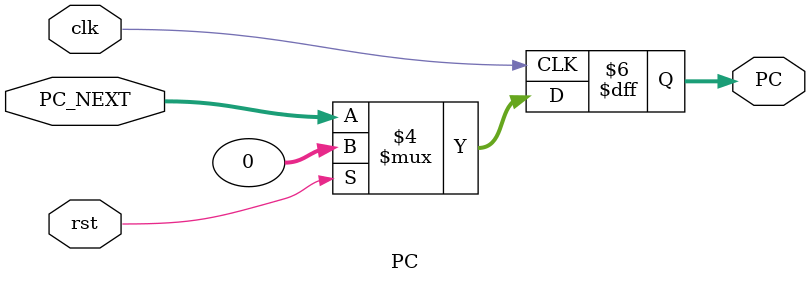
<source format=v>
module PC(PC , PC_NEXT ,rst ,  clk);

input [31:0] PC_NEXT;
input clk ,rst;

output reg [31:0] PC;

always@(posedge clk) begin
if(rst == 1'b1)   
    PC <= 32'd0;
else PC <= PC_NEXT;
end




endmodule
</source>
